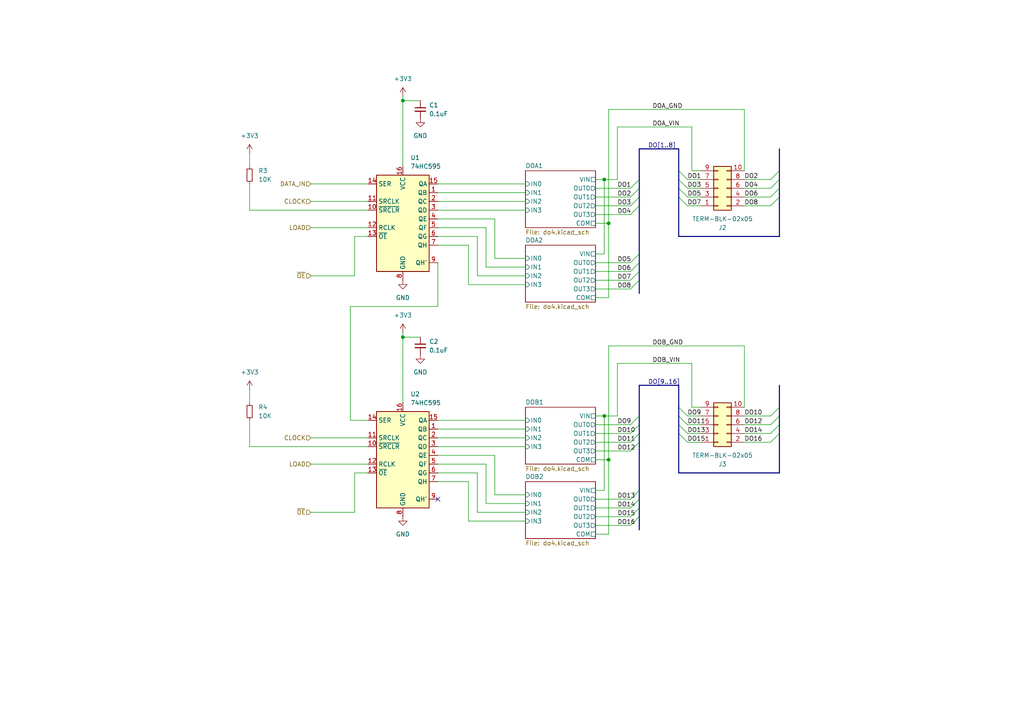
<source format=kicad_sch>
(kicad_sch (version 20231120) (generator "eeschema") (generator_version "8.0")
  (paper "A4")
  (lib_symbols
    (symbol "Device:C_Small" (pin_numbers hide) (pin_names (offset 0.254) hide)
      (property "Reference" "C" (at 0.254 1.778 0))
      (property "Value" "C_Small" (at 0.254 -2.032 0))
      (symbol "C_Small_0_1"
        (polyline (pts (xy -1.524 -0.508) (xy 1.524 -0.508)) (stroke (width 0.3302)))
        (polyline (pts (xy -1.524 0.508) (xy 1.524 0.508)) (stroke (width 0.3048)))
      )
      (symbol "C_Small_1_1"
        (pin passive line (at 0 2.54 270) (length 2.032) (name "~") (number "1"))
        (pin passive line (at 0 -2.54 90) (length 2.032) (name "~") (number "2"))
      )
    )
    (symbol "Device:R_Small" (pin_numbers hide) (pin_names (offset 0.254) hide)
      (property "Reference" "R" (at 0.762 0.508 0))
      (property "Value" "R_Small" (at 0.762 -1.016 0))
      (symbol "R_Small_0_1"
        (rectangle (start -0.762 1.778) (end 0.762 -1.778) (stroke (width 0.2032)))
      )
      (symbol "R_Small_1_1"
        (pin passive line (at 0 2.54 270) (length 0.762) (name "~") (number "1"))
        (pin passive line (at 0 -2.54 90) (length 0.762) (name "~") (number "2"))
      )
    )
    (symbol "hadv-connectors:TERM-BLK-02x05" (pin_names (offset 1.016) hide)
      (property "Reference" "J" (at 1.27 7.62 0))
      (property "Value" "TERM-BLK-02x05" (at 1.27 -7.62 0))
      (symbol "TERM-BLK-02x05_1_1"
        (rectangle (start -1.27 -4.953) (end 0 -5.207) (stroke (width 0.1524)))
        (rectangle (start -1.27 -2.413) (end 0 -2.667) (stroke (width 0.1524)))
        (rectangle (start -1.27 0.127) (end 0 -0.127) (stroke (width 0.1524)))
        (rectangle (start -1.27 2.667) (end 0 2.413) (stroke (width 0.1524)))
        (rectangle (start -1.27 5.207) (end 0 4.953) (stroke (width 0.1524)))
        (rectangle (start -1.27 6.35) (end 3.81 -6.35) (stroke (width 0.254)) (fill (type background)))
        (rectangle (start 3.81 -4.953) (end 2.54 -5.207) (stroke (width 0.1524)))
        (rectangle (start 3.81 -2.413) (end 2.54 -2.667) (stroke (width 0.1524)))
        (rectangle (start 3.81 0.127) (end 2.54 -0.127) (stroke (width 0.1524)))
        (rectangle (start 3.81 2.667) (end 2.54 2.413) (stroke (width 0.1524)))
        (rectangle (start 3.81 5.207) (end 2.54 4.953) (stroke (width 0.1524)))
        (pin passive line (at -5.08 5.08 0) (length 3.81) (name "Pin_1") (number "1"))
        (pin passive line (at 7.62 -5.08 180) (length 3.81) (name "Pin_10") (number "10"))
        (pin passive line (at 7.62 5.08 180) (length 3.81) (name "Pin_2") (number "2"))
        (pin passive line (at -5.08 2.54 0) (length 3.81) (name "Pin_3") (number "3"))
        (pin passive line (at 7.62 2.54 180) (length 3.81) (name "Pin_4") (number "4"))
        (pin passive line (at -5.08 0 0) (length 3.81) (name "Pin_5") (number "5"))
        (pin passive line (at 7.62 0 180) (length 3.81) (name "Pin_6") (number "6"))
        (pin passive line (at -5.08 -2.54 0) (length 3.81) (name "Pin_7") (number "7"))
        (pin passive line (at 7.62 -2.54 180) (length 3.81) (name "Pin_8") (number "8"))
        (pin passive line (at -5.08 -5.08 0) (length 3.81) (name "Pin_9") (number "9"))
      )
    )
    (symbol "hadv-interface:74HC595"
      (property "Reference" "U" (at -7.62 13.97 0))
      (property "Value" "74HC595" (at -7.62 -16.51 0))
      (symbol "74HC595_1_0"
        (pin tri_state line (at 10.16 7.62 180) (length 2.54) (name "QB") (number "1"))
        (pin input line (at -10.16 2.54 0) (length 2.54) (name "~{SRCLR}") (number "10"))
        (pin input line (at -10.16 5.08 0) (length 2.54) (name "SRCLK") (number "11"))
        (pin input line (at -10.16 -2.54 0) (length 2.54) (name "RCLK") (number "12"))
        (pin input line (at -10.16 -5.08 0) (length 2.54) (name "~{OE}") (number "13"))
        (pin input line (at -10.16 10.16 0) (length 2.54) (name "SER") (number "14"))
        (pin tri_state line (at 10.16 10.16 180) (length 2.54) (name "QA") (number "15"))
        (pin power_in line (at 0 15.24 270) (length 2.54) (name "VCC") (number "16"))
        (pin tri_state line (at 10.16 5.08 180) (length 2.54) (name "QC") (number "2"))
        (pin tri_state line (at 10.16 2.54 180) (length 2.54) (name "QD") (number "3"))
        (pin tri_state line (at 10.16 0 180) (length 2.54) (name "QE") (number "4"))
        (pin tri_state line (at 10.16 -2.54 180) (length 2.54) (name "QF") (number "5"))
        (pin tri_state line (at 10.16 -5.08 180) (length 2.54) (name "QG") (number "6"))
        (pin tri_state line (at 10.16 -7.62 180) (length 2.54) (name "QH") (number "7"))
        (pin power_in line (at 0 -17.78 90) (length 2.54) (name "GND") (number "8"))
        (pin output line (at 10.16 -12.7 180) (length 2.54) (name "QH'") (number "9"))
      )
      (symbol "74HC595_1_1"
        (rectangle (start -7.62 12.7) (end 7.62 -15.24) (stroke (width 0.254)) (fill (type background)))
      )
    )
    (symbol "power:+3V3" (power) (pin_numbers hide) (pin_names (offset 0) hide)
      (property "Value" "+3V3" (at 0 3.556 0))
      (symbol "+3V3_0_1"
        (polyline (pts (xy -0.762 1.27) (xy 0 2.54)))
        (polyline (pts (xy 0 0) (xy 0 2.54)))
        (polyline (pts (xy 0 2.54) (xy 0.762 1.27)))
      )
      (symbol "+3V3_1_1"
        (pin power_in line (at 0 0 90) (length 0) (name "~") (number "1"))
      )
    )
    (symbol "power:GND" (power) (pin_numbers hide) (pin_names (offset 0) hide)
      (property "Value" "GND" (at 0 -3.81 0))
      (symbol "GND_0_1"
        (polyline (pts (xy 0 0) (xy 0 -1.27) (xy 1.27 -1.27) (xy 0 -2.54) (xy -1.27 -1.27) (xy 0 -1.27)))
      )
      (symbol "GND_1_1"
        (pin power_in line (at 0 0 270) (length 0) (name "~") (number "1"))
      )
    )
  )
  (junction (at 175.26 120.65))
  (junction (at 116.84 97.79))
  (junction (at 176.53 133.35))
  (junction (at 116.84 29.21))
  (junction (at 176.53 64.77))
  (junction (at 175.26 52.07))
  (no_connect (at 127 144.78))
  (bus_entry (at 226.06 49.53) (size -2.54 2.54))
  (bus_entry (at 196.85 123.19) (size 2.54 2.54))
  (bus_entry (at 226.06 120.65) (size -2.54 2.54))
  (bus_entry (at 185.42 73.66) (size -2.54 2.54))
  (bus_entry (at 226.06 123.19) (size -2.54 2.54))
  (bus_entry (at 185.42 52.07) (size -2.54 2.54))
  (bus_entry (at 226.06 54.61) (size -2.54 2.54))
  (bus_entry (at 196.85 49.53) (size 2.54 2.54))
  (bus_entry (at 196.85 57.15) (size 2.54 2.54))
  (bus_entry (at 196.85 54.61) (size 2.54 2.54))
  (bus_entry (at 196.85 125.73) (size 2.54 2.54))
  (bus_entry (at 185.42 123.19) (size -2.54 2.54))
  (bus_entry (at 226.06 57.15) (size -2.54 2.54))
  (bus_entry (at 185.42 142.24) (size -2.54 2.54))
  (bus_entry (at 196.85 52.07) (size 2.54 2.54))
  (bus_entry (at 185.42 78.74) (size -2.54 2.54))
  (bus_entry (at 185.42 54.61) (size -2.54 2.54))
  (bus_entry (at 196.85 120.65) (size 2.54 2.54))
  (bus_entry (at 226.06 52.07) (size -2.54 2.54))
  (bus_entry (at 226.06 125.73) (size -2.54 2.54))
  (bus_entry (at 185.42 144.78) (size -2.54 2.54))
  (bus_entry (at 185.42 149.86) (size -2.54 2.54))
  (bus_entry (at 185.42 125.73) (size -2.54 2.54))
  (bus_entry (at 185.42 147.32) (size -2.54 2.54))
  (bus_entry (at 185.42 76.2) (size -2.54 2.54))
  (bus_entry (at 226.06 118.11) (size -2.54 2.54))
  (bus_entry (at 185.42 120.65) (size -2.54 2.54))
  (bus_entry (at 185.42 81.28) (size -2.54 2.54))
  (bus_entry (at 185.42 128.27) (size -2.54 2.54))
  (bus_entry (at 196.85 118.11) (size 2.54 2.54))
  (bus_entry (at 185.42 59.69) (size -2.54 2.54))
  (bus_entry (at 185.42 57.15) (size -2.54 2.54))
  (wire (pts (xy 127 60.96) (xy 152.4 60.96)))
  (wire (pts (xy 116.84 27.94) (xy 116.84 29.21)))
  (wire (pts (xy 203.2 118.11) (xy 200.66 118.11)))
  (bus (pts (xy 226.06 43.18) (xy 226.06 49.53)))
  (wire (pts (xy 179.07 36.83) (xy 200.66 36.83)))
  (bus (pts (xy 226.06 125.73) (xy 226.06 137.16)))
  (bus (pts (xy 185.42 76.2) (xy 185.42 73.66)))
  (wire (pts (xy 116.84 97.79) (xy 116.84 116.84)))
  (wire (pts (xy 175.26 120.65) (xy 172.72 120.65)))
  (wire (pts (xy 223.52 123.19) (xy 215.9 123.19)))
  (wire (pts (xy 176.53 154.94) (xy 172.72 154.94)))
  (wire (pts (xy 143.51 63.5) (xy 143.51 74.93)))
  (bus (pts (xy 226.06 120.65) (xy 226.06 123.19)))
  (wire (pts (xy 116.84 96.52) (xy 116.84 97.79)))
  (wire (pts (xy 199.39 57.15) (xy 203.2 57.15)))
  (wire (pts (xy 135.89 71.12) (xy 135.89 82.55)))
  (wire (pts (xy 106.68 129.54) (xy 72.39 129.54)))
  (wire (pts (xy 172.72 152.4) (xy 182.88 152.4)))
  (bus (pts (xy 185.42 153.67) (xy 185.42 149.86)))
  (bus (pts (xy 196.85 57.15) (xy 196.85 68.58)))
  (wire (pts (xy 223.52 125.73) (xy 215.9 125.73)))
  (wire (pts (xy 127 68.58) (xy 138.43 68.58)))
  (wire (pts (xy 172.72 144.78) (xy 182.88 144.78)))
  (wire (pts (xy 223.52 59.69) (xy 215.9 59.69)))
  (wire (pts (xy 176.53 133.35) (xy 176.53 154.94)))
  (bus (pts (xy 226.06 123.19) (xy 226.06 125.73)))
  (bus (pts (xy 226.06 111.76) (xy 226.06 118.11)))
  (wire (pts (xy 223.52 120.65) (xy 215.9 120.65)))
  (wire (pts (xy 199.39 128.27) (xy 203.2 128.27)))
  (wire (pts (xy 72.39 44.45) (xy 72.39 48.26)))
  (wire (pts (xy 172.72 62.23) (xy 182.88 62.23)))
  (wire (pts (xy 175.26 52.07) (xy 179.07 52.07)))
  (wire (pts (xy 127 121.92) (xy 152.4 121.92)))
  (wire (pts (xy 140.97 66.04) (xy 140.97 77.47)))
  (wire (pts (xy 127 124.46) (xy 152.4 124.46)))
  (wire (pts (xy 135.89 139.7) (xy 135.89 151.13)))
  (bus (pts (xy 196.85 43.18) (xy 196.85 49.53)))
  (wire (pts (xy 127 134.62) (xy 140.97 134.62)))
  (wire (pts (xy 172.72 125.73) (xy 182.88 125.73)))
  (wire (pts (xy 127 132.08) (xy 143.51 132.08)))
  (bus (pts (xy 196.85 137.16) (xy 226.06 137.16)))
  (wire (pts (xy 172.72 83.82) (xy 182.88 83.82)))
  (bus (pts (xy 185.42 57.15) (xy 185.42 54.61)))
  (wire (pts (xy 106.68 60.96) (xy 72.39 60.96)))
  (bus (pts (xy 185.42 85.09) (xy 185.42 81.28)))
  (wire (pts (xy 199.39 123.19) (xy 203.2 123.19)))
  (wire (pts (xy 176.53 133.35) (xy 172.72 133.35)))
  (wire (pts (xy 90.17 58.42) (xy 106.68 58.42)))
  (wire (pts (xy 179.07 105.41) (xy 200.66 105.41)))
  (wire (pts (xy 172.72 59.69) (xy 182.88 59.69)))
  (bus (pts (xy 185.42 144.78) (xy 185.42 142.24)))
  (bus (pts (xy 196.85 123.19) (xy 196.85 125.73)))
  (wire (pts (xy 116.84 29.21) (xy 121.92 29.21)))
  (bus (pts (xy 185.42 52.07) (xy 185.42 43.18)))
  (wire (pts (xy 176.53 64.77) (xy 176.53 31.75)))
  (wire (pts (xy 102.87 68.58) (xy 102.87 80.01)))
  (wire (pts (xy 172.72 57.15) (xy 182.88 57.15)))
  (bus (pts (xy 185.42 120.65) (xy 185.42 111.76)))
  (wire (pts (xy 90.17 148.59) (xy 102.87 148.59)))
  (wire (pts (xy 138.43 148.59) (xy 152.4 148.59)))
  (wire (pts (xy 140.97 77.47) (xy 152.4 77.47)))
  (bus (pts (xy 185.42 149.86) (xy 185.42 147.32)))
  (wire (pts (xy 179.07 36.83) (xy 179.07 52.07)))
  (wire (pts (xy 199.39 52.07) (xy 203.2 52.07)))
  (bus (pts (xy 185.42 54.61) (xy 185.42 52.07)))
  (wire (pts (xy 127 88.9) (xy 101.6 88.9)))
  (bus (pts (xy 226.06 57.15) (xy 226.06 68.58)))
  (bus (pts (xy 185.42 59.69) (xy 185.42 57.15)))
  (wire (pts (xy 176.53 133.35) (xy 176.53 100.33)))
  (bus (pts (xy 185.42 81.28) (xy 185.42 78.74)))
  (wire (pts (xy 140.97 134.62) (xy 140.97 146.05)))
  (wire (pts (xy 102.87 137.16) (xy 102.87 148.59)))
  (wire (pts (xy 127 53.34) (xy 152.4 53.34)))
  (wire (pts (xy 176.53 64.77) (xy 176.53 86.36)))
  (wire (pts (xy 140.97 146.05) (xy 152.4 146.05)))
  (wire (pts (xy 172.72 130.81) (xy 182.88 130.81)))
  (wire (pts (xy 135.89 151.13) (xy 152.4 151.13)))
  (bus (pts (xy 185.42 123.19) (xy 185.42 120.65)))
  (wire (pts (xy 90.17 127) (xy 106.68 127)))
  (wire (pts (xy 116.84 29.21) (xy 116.84 48.26)))
  (wire (pts (xy 72.39 113.03) (xy 72.39 116.84)))
  (wire (pts (xy 127 63.5) (xy 143.51 63.5)))
  (wire (pts (xy 127 137.16) (xy 138.43 137.16)))
  (wire (pts (xy 172.72 78.74) (xy 182.88 78.74)))
  (wire (pts (xy 175.26 120.65) (xy 175.26 142.24)))
  (bus (pts (xy 226.06 54.61) (xy 226.06 57.15)))
  (bus (pts (xy 196.85 49.53) (xy 196.85 52.07)))
  (bus (pts (xy 226.06 52.07) (xy 226.06 54.61)))
  (wire (pts (xy 172.72 128.27) (xy 182.88 128.27)))
  (wire (pts (xy 127 58.42) (xy 152.4 58.42)))
  (wire (pts (xy 90.17 134.62) (xy 106.68 134.62)))
  (wire (pts (xy 199.39 59.69) (xy 203.2 59.69)))
  (wire (pts (xy 176.53 86.36) (xy 172.72 86.36)))
  (wire (pts (xy 172.72 76.2) (xy 182.88 76.2)))
  (bus (pts (xy 196.85 52.07) (xy 196.85 54.61)))
  (bus (pts (xy 226.06 118.11) (xy 226.06 120.65)))
  (wire (pts (xy 172.72 147.32) (xy 182.88 147.32)))
  (wire (pts (xy 200.66 49.53) (xy 200.66 36.83)))
  (bus (pts (xy 185.42 142.24) (xy 185.42 128.27)))
  (wire (pts (xy 215.9 31.75) (xy 215.9 49.53)))
  (wire (pts (xy 223.52 52.07) (xy 215.9 52.07)))
  (wire (pts (xy 138.43 68.58) (xy 138.43 80.01)))
  (bus (pts (xy 185.42 147.32) (xy 185.42 144.78)))
  (wire (pts (xy 138.43 137.16) (xy 138.43 148.59)))
  (wire (pts (xy 172.72 54.61) (xy 182.88 54.61)))
  (wire (pts (xy 127 127) (xy 152.4 127)))
  (wire (pts (xy 200.66 118.11) (xy 200.66 105.41)))
  (wire (pts (xy 172.72 123.19) (xy 182.88 123.19)))
  (wire (pts (xy 143.51 132.08) (xy 143.51 143.51)))
  (bus (pts (xy 185.42 125.73) (xy 185.42 123.19)))
  (wire (pts (xy 176.53 100.33) (xy 215.9 100.33)))
  (wire (pts (xy 175.26 120.65) (xy 179.07 120.65)))
  (wire (pts (xy 172.72 81.28) (xy 182.88 81.28)))
  (wire (pts (xy 127 139.7) (xy 135.89 139.7)))
  (bus (pts (xy 196.85 120.65) (xy 196.85 123.19)))
  (wire (pts (xy 72.39 53.34) (xy 72.39 60.96)))
  (bus (pts (xy 196.85 68.58) (xy 226.06 68.58)))
  (wire (pts (xy 138.43 80.01) (xy 152.4 80.01)))
  (wire (pts (xy 106.68 68.58) (xy 102.87 68.58)))
  (wire (pts (xy 175.26 52.07) (xy 172.72 52.07)))
  (wire (pts (xy 127 71.12) (xy 135.89 71.12)))
  (wire (pts (xy 127 76.2) (xy 127 88.9)))
  (wire (pts (xy 127 129.54) (xy 152.4 129.54)))
  (bus (pts (xy 185.42 43.18) (xy 196.85 43.18)))
  (wire (pts (xy 215.9 100.33) (xy 215.9 118.11)))
  (wire (pts (xy 223.52 54.61) (xy 215.9 54.61)))
  (bus (pts (xy 185.42 128.27) (xy 185.42 125.73)))
  (wire (pts (xy 106.68 137.16) (xy 102.87 137.16)))
  (wire (pts (xy 175.26 52.07) (xy 175.26 73.66)))
  (wire (pts (xy 127 55.88) (xy 152.4 55.88)))
  (bus (pts (xy 185.42 78.74) (xy 185.42 76.2)))
  (wire (pts (xy 199.39 120.65) (xy 203.2 120.65)))
  (wire (pts (xy 101.6 88.9) (xy 101.6 121.92)))
  (wire (pts (xy 175.26 142.24) (xy 172.72 142.24)))
  (wire (pts (xy 143.51 74.93) (xy 152.4 74.93)))
  (wire (pts (xy 179.07 105.41) (xy 179.07 120.65)))
  (bus (pts (xy 196.85 118.11) (xy 196.85 120.65)))
  (wire (pts (xy 203.2 49.53) (xy 200.66 49.53)))
  (wire (pts (xy 116.84 97.79) (xy 121.92 97.79)))
  (bus (pts (xy 185.42 111.76) (xy 196.85 111.76)))
  (wire (pts (xy 143.51 143.51) (xy 152.4 143.51)))
  (bus (pts (xy 196.85 125.73) (xy 196.85 137.16)))
  (wire (pts (xy 90.17 53.34) (xy 106.68 53.34)))
  (wire (pts (xy 199.39 125.73) (xy 203.2 125.73)))
  (wire (pts (xy 72.39 121.92) (xy 72.39 129.54)))
  (wire (pts (xy 135.89 82.55) (xy 152.4 82.55)))
  (bus (pts (xy 196.85 54.61) (xy 196.85 57.15)))
  (bus (pts (xy 196.85 111.76) (xy 196.85 118.11)))
  (bus (pts (xy 226.06 49.53) (xy 226.06 52.07)))
  (wire (pts (xy 223.52 128.27) (xy 215.9 128.27)))
  (wire (pts (xy 90.17 80.01) (xy 102.87 80.01)))
  (wire (pts (xy 223.52 57.15) (xy 215.9 57.15)))
  (wire (pts (xy 90.17 66.04) (xy 106.68 66.04)))
  (wire (pts (xy 199.39 54.61) (xy 203.2 54.61)))
  (wire (pts (xy 176.53 64.77) (xy 172.72 64.77)))
  (wire (pts (xy 172.72 149.86) (xy 182.88 149.86)))
  (wire (pts (xy 175.26 73.66) (xy 172.72 73.66)))
  (wire (pts (xy 101.6 121.92) (xy 106.68 121.92)))
  (wire (pts (xy 176.53 31.75) (xy 215.9 31.75)))
  (wire (pts (xy 127 66.04) (xy 140.97 66.04)))
  (bus (pts (xy 185.42 73.66) (xy 185.42 59.69)))
  (label "DO2" (at 179.07 57.15 0))
  (label "DO9" (at 199.39 120.65 0))
  (label "DO9" (at 179.07 123.19 0))
  (label "DO11" (at 179.07 128.27 0))
  (label "DOB_VIN" (at 189.23 105.41 0))
  (label "DO12" (at 215.9 123.19 0))
  (label "DO1" (at 199.39 52.07 0))
  (label "DO16" (at 215.9 128.27 0))
  (label "DO5" (at 199.39 57.15 0))
  (label "DO14" (at 215.9 125.73 0))
  (label "DO14" (at 179.07 147.32 0))
  (label "DO3" (at 179.07 59.69 0))
  (label "DOA_VIN" (at 189.23 36.83 0))
  (label "DO7" (at 179.07 81.28 0))
  (label "DO[1..8]" (at 187.96 43.18 0))
  (label "DO[9..16]" (at 187.96 111.76 0))
  (label "DO16" (at 179.07 152.4 0))
  (label "DO10" (at 215.9 120.65 0))
  (label "DO10" (at 179.07 125.73 0))
  (label "DO15" (at 179.07 149.86 0))
  (label "DO8" (at 179.07 83.82 0))
  (label "DO12" (at 179.07 130.81 0))
  (label "DO5" (at 179.07 76.2 0))
  (label "DO6" (at 215.9 57.15 0))
  (label "DO15" (at 199.39 128.27 0))
  (label "DO1" (at 179.07 54.61 0))
  (label "DO13" (at 199.39 125.73 0))
  (label "DO4" (at 215.9 54.61 0))
  (label "DOA_GND" (at 189.23 31.75 0))
  (label "DO3" (at 199.39 54.61 0))
  (label "DO13" (at 179.07 144.78 0))
  (label "DO11" (at 199.39 123.19 0))
  (label "DO8" (at 215.9 59.69 0))
  (label "DO6" (at 179.07 78.74 0))
  (label "DO7" (at 199.39 59.69 0))
  (label "DO2" (at 215.9 52.07 0))
  (label "DOB_GND" (at 189.23 100.33 0))
  (label "DO4" (at 179.07 62.23 0))
  (hierarchical_label "LOAD" (shape input) (at 90.17 66.04 180))
  (hierarchical_label "CLOCK" (shape input) (at 90.17 127 180))
  (hierarchical_label "DATA_IN" (shape input) (at 90.17 53.34 180))
  (hierarchical_label "LOAD" (shape input) (at 90.17 134.62 180))
  (hierarchical_label "~{OE}" (shape input) (at 90.17 80.01 180))
  (hierarchical_label "CLOCK" (shape input) (at 90.17 58.42 180))
  (hierarchical_label "~{OE}" (shape input) (at 90.17 148.59 180))
  (symbol (lib_id "power:+3V3") (at 116.84 96.52 0) (unit 1)
    (property "Reference" "#PWR013" (effects (hide yes)))
    (property "Value" "+3V3" (at 116.84 91.44 0))
    (property "Description" "Power symbol creates a global label with name \"+3V3\"" (effects (hide yes)))
  )
  (symbol (lib_id "Device:C_Small") (at 121.92 31.75 0) (unit 1)
    (property "Reference" "C1" (at 124.46 30.4862 0) (effects (justify left)))
    (property "Value" "0.1uF" (at 124.46 33.0262 0) (effects (justify left)))
    (property "Footprint" "Capacitor_SMD:C_0603_1608Metric" (effects (hide yes)))
    (property "Description" "Unpolarized capacitor, small symbol" (effects (hide yes)))
  )
  (symbol (lib_id "power:GND") (at 116.84 149.86 0) (unit 1)
    (property "Reference" "#PWR014" (effects (hide yes)))
    (property "Value" "GND" (at 116.84 154.94 0))
    (property "Description" "Power symbol creates a global label with name \"GND\" , ground" (effects (hide yes)))
  )
  (symbol (lib_id "hadv-connectors:TERM-BLK-02x05") (at 208.28 123.19 0) (mirror x) (unit 1)
    (property "Reference" "J3" (at 209.55 134.62 0))
    (property "Value" "TERM-BLK-02x05" (at 209.55 132.08 0))
    (property "Footprint" "hadv-connectors:JL15EDGRHC-35005B02" (effects (hide yes)))
    (property "Datasheet" "https://www.lcsc.com/datasheet/lcsc_datasheet_2110272030_JILN-JL15EDGRHC-35005B02_C2908411.pdf" (effects (hide yes)))
    (property "Description" "2x5 pin terminal block receptacle, 3.5mm pitch" (effects (hide yes)))
    (property "MPN" "JL15EDGRHC-35005B02" (effects (hide yes)))
    (property "Manufacturer" "JILN" (effects (hide yes)))
    (property "LCSC#" "C2908411" (effects (hide yes)))
  )
  (symbol (lib_id "hadv-connectors:TERM-BLK-02x05") (at 208.28 54.61 0) (mirror x) (unit 1)
    (property "Reference" "J2" (at 209.55 66.04 0))
    (property "Value" "TERM-BLK-02x05" (at 209.55 63.5 0))
    (property "Footprint" "hadv-connectors:JL15EDGRHC-35005B02" (effects (hide yes)))
    (property "Datasheet" "https://www.lcsc.com/datasheet/lcsc_datasheet_2110272030_JILN-JL15EDGRHC-35005B02_C2908411.pdf" (effects (hide yes)))
    (property "Description" "2x5 pin terminal block receptacle, 3.5mm pitch" (effects (hide yes)))
    (property "MPN" "JL15EDGRHC-35005B02" (effects (hide yes)))
    (property "Manufacturer" "JILN" (effects (hide yes)))
    (property "LCSC#" "C2908411" (effects (hide yes)))
  )
  (symbol (lib_id "hadv-interface:74HC595") (at 116.84 63.5 0) (unit 1)
    (property "Reference" "U1" (at 119.0341 45.72 0) (effects (justify left)))
    (property "Value" "74HC595" (at 119.0341 48.26 0) (effects (justify left)))
    (property "Footprint" "Package_SO:SO-16_3.9x9.9mm_P1.27mm" (effects (hide yes)))
    (property "Datasheet" "https://www.lcsc.com/datasheet/lcsc_datasheet_2407241044_Nexperia-74HC595D-118_C5947.pdf" (effects (hide yes)))
    (property "Description" "8-bit serial in/out Shift Register 3-State Outputs" (effects (hide yes)))
    (property "MPN" "74HC595D,118" (effects (hide yes)))
    (property "Manufacturer" "Nexperia" (effects (hide yes)))
    (property "LCSC#" "C5947" (effects (hide yes)))
  )
  (symbol (lib_id "Device:R_Small") (at 72.39 119.38 0) (unit 1)
    (property "Reference" "R4" (at 74.93 118.1099 0) (effects (justify left)))
    (property "Value" "10K" (at 74.93 120.6499 0) (effects (justify left)))
    (property "Footprint" "Resistor_SMD:R_0603_1608Metric" (effects (hide yes)))
    (property "Description" "Resistor, small symbol" (effects (hide yes)))
  )
  (symbol (lib_id "hadv-interface:74HC595") (at 116.84 132.08 0) (unit 1)
    (property "Reference" "U2" (at 119.0341 114.3 0) (effects (justify left)))
    (property "Value" "74HC595" (at 119.0341 116.84 0) (effects (justify left)))
    (property "Footprint" "Package_SO:SO-16_3.9x9.9mm_P1.27mm" (effects (hide yes)))
    (property "Datasheet" "https://www.lcsc.com/datasheet/lcsc_datasheet_2407241044_Nexperia-74HC595D-118_C5947.pdf" (effects (hide yes)))
    (property "Description" "8-bit serial in/out Shift Register 3-State Outputs" (effects (hide yes)))
    (property "MPN" "74HC595D,118" (effects (hide yes)))
    (property "Manufacturer" "Nexperia" (effects (hide yes)))
    (property "LCSC#" "C5947" (effects (hide yes)))
  )
  (symbol (lib_id "power:+3V3") (at 72.39 113.03 0) (unit 1)
    (property "Reference" "#PWR010" (effects (hide yes)))
    (property "Value" "+3V3" (at 72.39 107.95 0))
    (property "Description" "Power symbol creates a global label with name \"+3V3\"" (effects (hide yes)))
  )
  (symbol (lib_id "Device:R_Small") (at 72.39 50.8 0) (unit 1)
    (property "Reference" "R3" (at 74.93 49.5299 0) (effects (justify left)))
    (property "Value" "10K" (at 74.93 52.0699 0) (effects (justify left)))
    (property "Footprint" "Resistor_SMD:R_0603_1608Metric" (effects (hide yes)))
    (property "Description" "Resistor, small symbol" (effects (hide yes)))
  )
  (symbol (lib_id "Device:C_Small") (at 121.92 100.33 0) (unit 1)
    (property "Reference" "C2" (at 124.46 99.0662 0) (effects (justify left)))
    (property "Value" "0.1uF" (at 124.46 101.6062 0) (effects (justify left)))
    (property "Footprint" "Capacitor_SMD:C_0603_1608Metric" (effects (hide yes)))
    (property "Description" "Unpolarized capacitor, small symbol" (effects (hide yes)))
  )
  (symbol (lib_id "power:+3V3") (at 72.39 44.45 0) (unit 1)
    (property "Reference" "#PWR09" (effects (hide yes)))
    (property "Value" "+3V3" (at 72.39 39.37 0))
    (property "Description" "Power symbol creates a global label with name \"+3V3\"" (effects (hide yes)))
  )
  (symbol (lib_id "power:GND") (at 121.92 34.29 0) (unit 1)
    (property "Reference" "#PWR015" (effects (hide yes)))
    (property "Value" "GND" (at 121.92 39.37 0))
    (property "Description" "Power symbol creates a global label with name \"GND\" , ground" (effects (hide yes)))
  )
  (symbol (lib_id "power:+3V3") (at 116.84 27.94 0) (unit 1)
    (property "Reference" "#PWR011" (effects (hide yes)))
    (property "Value" "+3V3" (at 116.84 22.86 0))
    (property "Description" "Power symbol creates a global label with name \"+3V3\"" (effects (hide yes)))
  )
  (symbol (lib_id "power:GND") (at 121.92 102.87 0) (unit 1)
    (property "Reference" "#PWR016" (effects (hide yes)))
    (property "Value" "GND" (at 121.92 107.95 0))
    (property "Description" "Power symbol creates a global label with name \"GND\" , ground" (effects (hide yes)))
  )
  (symbol (lib_id "power:GND") (at 116.84 81.28 0) (unit 1)
    (property "Reference" "#PWR012" (effects (hide yes)))
    (property "Value" "GND" (at 116.84 86.36 0))
    (property "Description" "Power symbol creates a global label with name \"GND\" , ground" (effects (hide yes)))
  )
  (sheet (at 152.4 139.7) (size 20.32 16.51) (stroke (width 0.1524))
    (property "Sheetname" "DOB2" (at 152.4 138.9884 0) (effects (justify left bottom)))
    (property "Sheetfile" "do4.kicad_sch" (at 152.4 156.7946 0) (effects (justify left top)))
    (pin "IN2" input (at 152.4 148.59 180))
    (pin "IN0" input (at 152.4 143.51 180))
    (pin "IN1" input (at 152.4 146.05 180))
    (pin "IN3" input (at 152.4 151.13 180))
    (pin "COM" passive (at 172.72 154.94 0))
    (pin "VIN" passive (at 172.72 142.24 0))
    (pin "OUT0" output (at 172.72 144.78 0))
    (pin "OUT1" output (at 172.72 147.32 0))
    (pin "OUT2" output (at 172.72 149.86 0))
    (pin "OUT3" output (at 172.72 152.4 0))
  )
  (sheet (at 152.4 118.11) (size 20.32 16.51) (stroke (width 0.1524))
    (property "Sheetname" "DOB1" (at 152.4 117.3984 0) (effects (justify left bottom)))
    (property "Sheetfile" "do4.kicad_sch" (at 152.4 135.2046 0) (effects (justify left top)))
    (pin "IN2" input (at 152.4 127 180))
    (pin "IN0" input (at 152.4 121.92 180))
    (pin "IN1" input (at 152.4 124.46 180))
    (pin "IN3" input (at 152.4 129.54 180))
    (pin "COM" passive (at 172.72 133.35 0))
    (pin "VIN" passive (at 172.72 120.65 0))
    (pin "OUT0" output (at 172.72 123.19 0))
    (pin "OUT1" output (at 172.72 125.73 0))
    (pin "OUT2" output (at 172.72 128.27 0))
    (pin "OUT3" output (at 172.72 130.81 0))
  )
  (sheet (at 152.4 71.12) (size 20.32 16.51) (stroke (width 0.1524))
    (property "Sheetname" "DOA2" (at 152.4 70.4084 0) (effects (justify left bottom)))
    (property "Sheetfile" "do4.kicad_sch" (at 152.4 88.2146 0) (effects (justify left top)))
    (pin "IN2" input (at 152.4 80.01 180))
    (pin "IN0" input (at 152.4 74.93 180))
    (pin "IN1" input (at 152.4 77.47 180))
    (pin "IN3" input (at 152.4 82.55 180))
    (pin "COM" passive (at 172.72 86.36 0))
    (pin "VIN" passive (at 172.72 73.66 0))
    (pin "OUT0" output (at 172.72 76.2 0))
    (pin "OUT1" output (at 172.72 78.74 0))
    (pin "OUT2" output (at 172.72 81.28 0))
    (pin "OUT3" output (at 172.72 83.82 0))
  )
  (sheet (at 152.4 49.53) (size 20.32 16.51) (stroke (width 0.1524))
    (property "Sheetname" "DOA1" (at 152.4 48.8184 0) (effects (justify left bottom)))
    (property "Sheetfile" "do4.kicad_sch" (at 152.4 66.6246 0) (effects (justify left top)))
    (pin "IN2" input (at 152.4 58.42 180))
    (pin "IN0" input (at 152.4 53.34 180))
    (pin "IN1" input (at 152.4 55.88 180))
    (pin "IN3" input (at 152.4 60.96 180))
    (pin "COM" passive (at 172.72 64.77 0))
    (pin "VIN" passive (at 172.72 52.07 0))
    (pin "OUT0" output (at 172.72 54.61 0))
    (pin "OUT1" output (at 172.72 57.15 0))
    (pin "OUT2" output (at 172.72 59.69 0))
    (pin "OUT3" output (at 172.72 62.23 0))
  )
)
</source>
